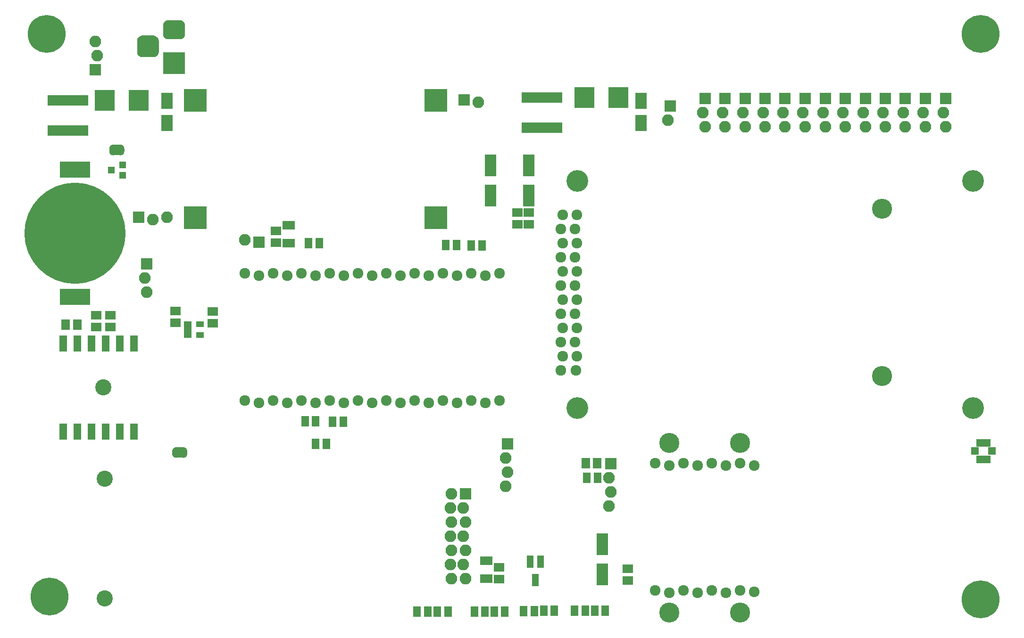
<source format=gts>
G04 #@! TF.GenerationSoftware,KiCad,Pcbnew,5.0.0-rc2-dev-unknown-e0e0687~62~ubuntu16.04.1*
G04 #@! TF.CreationDate,2018-05-04T13:50:56+03:00*
G04 #@! TF.ProjectId,prototype,70726F746F747970652E6B696361645F,1*
G04 #@! TF.SameCoordinates,Original*
G04 #@! TF.FileFunction,Soldermask,Top*
G04 #@! TF.FilePolarity,Negative*
%FSLAX46Y46*%
G04 Gerber Fmt 4.6, Leading zero omitted, Abs format (unit mm)*
G04 Created by KiCad (PCBNEW 5.0.0-rc2-dev-unknown-e0e0687~62~ubuntu16.04.1) date Fri May  4 13:50:56 2018*
%MOMM*%
%LPD*%
G01*
G04 APERTURE LIST*
%ADD10C,1.924000*%
%ADD11R,2.000000X3.900000*%
%ADD12R,1.900000X1.545000*%
%ADD13R,3.900000X3.900000*%
%ADD14C,0.100000*%
%ADD15C,3.400000*%
%ADD16C,3.900000*%
%ADD17C,1.400000*%
%ADD18R,0.900000X1.900000*%
%ADD19R,1.370000X1.900000*%
%ADD20R,1.200000X2.200000*%
%ADD21R,1.300000X1.200000*%
%ADD22R,2.100000X2.900000*%
%ADD23R,1.400000X1.400000*%
%ADD24R,2.600000X1.400000*%
%ADD25R,2.100000X2.100000*%
%ADD26O,2.100000X2.100000*%
%ADD27C,3.600000*%
%ADD28C,2.900000*%
%ADD29C,6.800000*%
%ADD30C,1.200000*%
%ADD31R,1.545000X1.900000*%
%ADD32R,2.200000X1.645000*%
%ADD33R,1.460000X1.050000*%
%ADD34R,3.650000X3.830000*%
%ADD35C,18.180000*%
%ADD36R,5.480000X2.940000*%
%ADD37R,4.083000X4.083000*%
%ADD38R,1.400000X2.900000*%
%ADD39R,7.400000X1.900000*%
G04 APERTURE END LIST*
D10*
X116840000Y-98856800D03*
X119380000Y-99263200D03*
X121920000Y-98856800D03*
X124460000Y-99263200D03*
X127000000Y-98856800D03*
X129540000Y-99263200D03*
X132080000Y-98856800D03*
X134620000Y-99263200D03*
X137160000Y-98856800D03*
X139700000Y-99263200D03*
X142240000Y-98856800D03*
X144780000Y-99263200D03*
X147320000Y-98856800D03*
X149860000Y-99263200D03*
X152400000Y-98856800D03*
X154940000Y-99263200D03*
X157480000Y-98856800D03*
X160020000Y-99263200D03*
X162560000Y-98856800D03*
X162560000Y-75996800D03*
X160020000Y-76403200D03*
X157480000Y-75996800D03*
X154940000Y-76403200D03*
X152400000Y-75996800D03*
X149860000Y-76403200D03*
X147320000Y-75996800D03*
X144780000Y-76403200D03*
X142240000Y-75996800D03*
X139700000Y-76403200D03*
X137160000Y-75996800D03*
X134620000Y-76403200D03*
X132080000Y-75996800D03*
X129540000Y-76403200D03*
X127000000Y-75996800D03*
X124460000Y-76403200D03*
X121920000Y-75996800D03*
X119380000Y-76403200D03*
X116840000Y-75996800D03*
D11*
X180975000Y-124681000D03*
X180975000Y-130081000D03*
X160909000Y-62009000D03*
X160909000Y-56609000D03*
D12*
X167767000Y-67209500D03*
X167767000Y-65124500D03*
X185547000Y-131217500D03*
X185547000Y-129132500D03*
D13*
X104140000Y-38227000D03*
D14*
G36*
X105323315Y-30531093D02*
X105405827Y-30543333D01*
X105486742Y-30563601D01*
X105565281Y-30591702D01*
X105640687Y-30627367D01*
X105712235Y-30670251D01*
X105779234Y-30719941D01*
X105841041Y-30775959D01*
X105897059Y-30837766D01*
X105946749Y-30904765D01*
X105989633Y-30976313D01*
X106025298Y-31051719D01*
X106053399Y-31130258D01*
X106073667Y-31211173D01*
X106085907Y-31293685D01*
X106090000Y-31377000D01*
X106090000Y-33077000D01*
X106085907Y-33160315D01*
X106073667Y-33242827D01*
X106053399Y-33323742D01*
X106025298Y-33402281D01*
X105989633Y-33477687D01*
X105946749Y-33549235D01*
X105897059Y-33616234D01*
X105841041Y-33678041D01*
X105779234Y-33734059D01*
X105712235Y-33783749D01*
X105640687Y-33826633D01*
X105565281Y-33862298D01*
X105486742Y-33890399D01*
X105405827Y-33910667D01*
X105323315Y-33922907D01*
X105240000Y-33927000D01*
X103040000Y-33927000D01*
X102956685Y-33922907D01*
X102874173Y-33910667D01*
X102793258Y-33890399D01*
X102714719Y-33862298D01*
X102639313Y-33826633D01*
X102567765Y-33783749D01*
X102500766Y-33734059D01*
X102438959Y-33678041D01*
X102382941Y-33616234D01*
X102333251Y-33549235D01*
X102290367Y-33477687D01*
X102254702Y-33402281D01*
X102226601Y-33323742D01*
X102206333Y-33242827D01*
X102194093Y-33160315D01*
X102190000Y-33077000D01*
X102190000Y-31377000D01*
X102194093Y-31293685D01*
X102206333Y-31211173D01*
X102226601Y-31130258D01*
X102254702Y-31051719D01*
X102290367Y-30976313D01*
X102333251Y-30904765D01*
X102382941Y-30837766D01*
X102438959Y-30775959D01*
X102500766Y-30719941D01*
X102567765Y-30670251D01*
X102639313Y-30627367D01*
X102714719Y-30591702D01*
X102793258Y-30563601D01*
X102874173Y-30543333D01*
X102956685Y-30531093D01*
X103040000Y-30527000D01*
X105240000Y-30527000D01*
X105323315Y-30531093D01*
X105323315Y-30531093D01*
G37*
D15*
X104140000Y-32227000D03*
D14*
G36*
X100510567Y-33281695D02*
X100605213Y-33295734D01*
X100698028Y-33318983D01*
X100788116Y-33351217D01*
X100874612Y-33392127D01*
X100956681Y-33441317D01*
X101033533Y-33498315D01*
X101104429Y-33562571D01*
X101168685Y-33633467D01*
X101225683Y-33710319D01*
X101274873Y-33792388D01*
X101315783Y-33878884D01*
X101348017Y-33968972D01*
X101371266Y-34061787D01*
X101385305Y-34156433D01*
X101390000Y-34252000D01*
X101390000Y-36202000D01*
X101385305Y-36297567D01*
X101371266Y-36392213D01*
X101348017Y-36485028D01*
X101315783Y-36575116D01*
X101274873Y-36661612D01*
X101225683Y-36743681D01*
X101168685Y-36820533D01*
X101104429Y-36891429D01*
X101033533Y-36955685D01*
X100956681Y-37012683D01*
X100874612Y-37061873D01*
X100788116Y-37102783D01*
X100698028Y-37135017D01*
X100605213Y-37158266D01*
X100510567Y-37172305D01*
X100415000Y-37177000D01*
X98465000Y-37177000D01*
X98369433Y-37172305D01*
X98274787Y-37158266D01*
X98181972Y-37135017D01*
X98091884Y-37102783D01*
X98005388Y-37061873D01*
X97923319Y-37012683D01*
X97846467Y-36955685D01*
X97775571Y-36891429D01*
X97711315Y-36820533D01*
X97654317Y-36743681D01*
X97605127Y-36661612D01*
X97564217Y-36575116D01*
X97531983Y-36485028D01*
X97508734Y-36392213D01*
X97494695Y-36297567D01*
X97490000Y-36202000D01*
X97490000Y-34252000D01*
X97494695Y-34156433D01*
X97508734Y-34061787D01*
X97531983Y-33968972D01*
X97564217Y-33878884D01*
X97605127Y-33792388D01*
X97654317Y-33710319D01*
X97711315Y-33633467D01*
X97775571Y-33562571D01*
X97846467Y-33498315D01*
X97923319Y-33441317D01*
X98005388Y-33392127D01*
X98091884Y-33351217D01*
X98181972Y-33318983D01*
X98274787Y-33295734D01*
X98369433Y-33281695D01*
X98465000Y-33277000D01*
X100415000Y-33277000D01*
X100510567Y-33281695D01*
X100510567Y-33281695D01*
G37*
D16*
X99440000Y-35227000D03*
D14*
G36*
X94571613Y-52901371D02*
X94639564Y-52911450D01*
X94706200Y-52928142D01*
X94770879Y-52951284D01*
X94832979Y-52980655D01*
X94891900Y-53015971D01*
X94947076Y-53056893D01*
X94997976Y-53103025D01*
X95044108Y-53153925D01*
X95085030Y-53209101D01*
X95120346Y-53268022D01*
X95149717Y-53330122D01*
X95172859Y-53394801D01*
X95189551Y-53461437D01*
X95199630Y-53529388D01*
X95203001Y-53598000D01*
X95203001Y-54098000D01*
X95199630Y-54166612D01*
X95189551Y-54234563D01*
X95172859Y-54301199D01*
X95149717Y-54365878D01*
X95120346Y-54427978D01*
X95085030Y-54486899D01*
X95044108Y-54542075D01*
X94997976Y-54592975D01*
X94947076Y-54639107D01*
X94891900Y-54680029D01*
X94832979Y-54715345D01*
X94770879Y-54744716D01*
X94706200Y-54767858D01*
X94639564Y-54784550D01*
X94571613Y-54794629D01*
X94503001Y-54798000D01*
X94502999Y-54798000D01*
X94434387Y-54794629D01*
X94366436Y-54784550D01*
X94299800Y-54767858D01*
X94235121Y-54744716D01*
X94173021Y-54715345D01*
X94114100Y-54680029D01*
X94058924Y-54639107D01*
X94008024Y-54592975D01*
X93961892Y-54542075D01*
X93920970Y-54486899D01*
X93885654Y-54427978D01*
X93856283Y-54365878D01*
X93833141Y-54301199D01*
X93816449Y-54234563D01*
X93806370Y-54166612D01*
X93802999Y-54098000D01*
X93802999Y-53598000D01*
X93806370Y-53529388D01*
X93816449Y-53461437D01*
X93833141Y-53394801D01*
X93856283Y-53330122D01*
X93885654Y-53268022D01*
X93920970Y-53209101D01*
X93961892Y-53153925D01*
X94008024Y-53103025D01*
X94058924Y-53056893D01*
X94114100Y-53015971D01*
X94173021Y-52980655D01*
X94235121Y-52951284D01*
X94299800Y-52928142D01*
X94366436Y-52911450D01*
X94434387Y-52901371D01*
X94502999Y-52898000D01*
X94503001Y-52898000D01*
X94571613Y-52901371D01*
X94571613Y-52901371D01*
G37*
D17*
X94503000Y-53848000D03*
D14*
G36*
X93271613Y-52901371D02*
X93339564Y-52911450D01*
X93406200Y-52928142D01*
X93470879Y-52951284D01*
X93532979Y-52980655D01*
X93591900Y-53015971D01*
X93647076Y-53056893D01*
X93697976Y-53103025D01*
X93744108Y-53153925D01*
X93785030Y-53209101D01*
X93820346Y-53268022D01*
X93849717Y-53330122D01*
X93872859Y-53394801D01*
X93889551Y-53461437D01*
X93899630Y-53529388D01*
X93903001Y-53598000D01*
X93903001Y-54098000D01*
X93899630Y-54166612D01*
X93889551Y-54234563D01*
X93872859Y-54301199D01*
X93849717Y-54365878D01*
X93820346Y-54427978D01*
X93785030Y-54486899D01*
X93744108Y-54542075D01*
X93697976Y-54592975D01*
X93647076Y-54639107D01*
X93591900Y-54680029D01*
X93532979Y-54715345D01*
X93470879Y-54744716D01*
X93406200Y-54767858D01*
X93339564Y-54784550D01*
X93271613Y-54794629D01*
X93203001Y-54798000D01*
X93202999Y-54798000D01*
X93134387Y-54794629D01*
X93066436Y-54784550D01*
X92999800Y-54767858D01*
X92935121Y-54744716D01*
X92873021Y-54715345D01*
X92814100Y-54680029D01*
X92758924Y-54639107D01*
X92708024Y-54592975D01*
X92661892Y-54542075D01*
X92620970Y-54486899D01*
X92585654Y-54427978D01*
X92556283Y-54365878D01*
X92533141Y-54301199D01*
X92516449Y-54234563D01*
X92506370Y-54166612D01*
X92502999Y-54098000D01*
X92502999Y-53598000D01*
X92506370Y-53529388D01*
X92516449Y-53461437D01*
X92533141Y-53394801D01*
X92556283Y-53330122D01*
X92585654Y-53268022D01*
X92620970Y-53209101D01*
X92661892Y-53153925D01*
X92708024Y-53103025D01*
X92758924Y-53056893D01*
X92814100Y-53015971D01*
X92873021Y-52980655D01*
X92935121Y-52951284D01*
X92999800Y-52928142D01*
X93066436Y-52911450D01*
X93134387Y-52901371D01*
X93202999Y-52898000D01*
X93203001Y-52898000D01*
X93271613Y-52901371D01*
X93271613Y-52901371D01*
G37*
D17*
X93203000Y-53848000D03*
D18*
X93453000Y-53848000D03*
X94253000Y-53848000D03*
D19*
X172405000Y-136665500D03*
X170495000Y-136665500D03*
X179639000Y-136665500D03*
X181549000Y-136665500D03*
X163515000Y-136792500D03*
X161605000Y-136792500D03*
X151418001Y-136792500D03*
X153328001Y-136792500D03*
D20*
X169923500Y-127826500D03*
X168023500Y-127826500D03*
X168973500Y-131126500D03*
D21*
X94916500Y-58417500D03*
X94916500Y-56517500D03*
X92916500Y-57467500D03*
D22*
X187960000Y-44990000D03*
X187960000Y-48990000D03*
X102870000Y-48990000D03*
X102870000Y-44990000D03*
D23*
X250928000Y-107950000D03*
X247928000Y-107950000D03*
D24*
X249428000Y-109450000D03*
X249428000Y-106450000D03*
D25*
X193179700Y-45910500D03*
D26*
X192773300Y-48450500D03*
X158750000Y-45237400D03*
D25*
X156210000Y-44831000D03*
D26*
X242646200Y-49657000D03*
X242239800Y-47117000D03*
D25*
X242646200Y-44577000D03*
D26*
X182168800Y-117856000D03*
X182575200Y-115316000D03*
X182168800Y-112776000D03*
D25*
X182575200Y-110236000D03*
D10*
X173939200Y-65466000D03*
X176479200Y-65466000D03*
X173532800Y-68006000D03*
X176072800Y-68006000D03*
X173939200Y-70546000D03*
X176479200Y-70546000D03*
X173532800Y-73086000D03*
X176072800Y-73086000D03*
X173939200Y-75626000D03*
X176479200Y-75626000D03*
X173532800Y-78166000D03*
X176072800Y-78166000D03*
X173939200Y-80706000D03*
X176479200Y-80706000D03*
X173532800Y-83246000D03*
X176072800Y-83246000D03*
X173939200Y-85786000D03*
X176479200Y-85786000D03*
X173532800Y-88326000D03*
X176072800Y-88326000D03*
X173939200Y-90866000D03*
X176479200Y-90866000D03*
X173532800Y-93406000D03*
X176276000Y-93406000D03*
D27*
X231196000Y-64436000D03*
X231196000Y-94436000D03*
D16*
X176526000Y-100241000D03*
X176526000Y-59441000D03*
X247526000Y-59441000D03*
X247526000Y-100241000D03*
D25*
X156477200Y-115646000D03*
D26*
X153937200Y-115646000D03*
X156070800Y-118186000D03*
X153713680Y-118186000D03*
X156477200Y-120726000D03*
X153937200Y-120726000D03*
X156070800Y-123266000D03*
X153713680Y-123266000D03*
X156477200Y-125806000D03*
X153937200Y-125806000D03*
X156070800Y-128346000D03*
X153713680Y-128346000D03*
X156477200Y-130886000D03*
X153937200Y-130886000D03*
D28*
X91694000Y-134416000D03*
X91694000Y-112906000D03*
D29*
X81788000Y-134112000D03*
D30*
X84188000Y-134112000D03*
X83485056Y-135809056D03*
X81788000Y-136512000D03*
X80090944Y-135809056D03*
X79388000Y-134112000D03*
X80090944Y-132414944D03*
X81788000Y-131712000D03*
X83485056Y-132414944D03*
D11*
X167767000Y-56609000D03*
X167767000Y-62009000D03*
D31*
X84682500Y-85217000D03*
X86767500Y-85217000D03*
D12*
X104394000Y-82777500D03*
X104394000Y-84862500D03*
D31*
X180112500Y-110109000D03*
X178027500Y-110109000D03*
D12*
X111061500Y-82904500D03*
X111061500Y-84989500D03*
X122428000Y-70511500D03*
X122428000Y-68426500D03*
X165735000Y-67209500D03*
X165735000Y-65124500D03*
X162433000Y-128878500D03*
X162433000Y-130963500D03*
X90170000Y-83539500D03*
X90170000Y-85624500D03*
X92710000Y-85624500D03*
X92710000Y-83539500D03*
D32*
X160147000Y-127693500D03*
X160147000Y-130878500D03*
X124714000Y-70553500D03*
X124714000Y-67368500D03*
D18*
X104756000Y-108204000D03*
X105556000Y-108204000D03*
D14*
G36*
X105874613Y-107257371D02*
X105942564Y-107267450D01*
X106009200Y-107284142D01*
X106073879Y-107307284D01*
X106135979Y-107336655D01*
X106194900Y-107371971D01*
X106250076Y-107412893D01*
X106300976Y-107459025D01*
X106347108Y-107509925D01*
X106388030Y-107565101D01*
X106423346Y-107624022D01*
X106452717Y-107686122D01*
X106475859Y-107750801D01*
X106492551Y-107817437D01*
X106502630Y-107885388D01*
X106506001Y-107954000D01*
X106506001Y-108454000D01*
X106502630Y-108522612D01*
X106492551Y-108590563D01*
X106475859Y-108657199D01*
X106452717Y-108721878D01*
X106423346Y-108783978D01*
X106388030Y-108842899D01*
X106347108Y-108898075D01*
X106300976Y-108948975D01*
X106250076Y-108995107D01*
X106194900Y-109036029D01*
X106135979Y-109071345D01*
X106073879Y-109100716D01*
X106009200Y-109123858D01*
X105942564Y-109140550D01*
X105874613Y-109150629D01*
X105806001Y-109154000D01*
X105805999Y-109154000D01*
X105737387Y-109150629D01*
X105669436Y-109140550D01*
X105602800Y-109123858D01*
X105538121Y-109100716D01*
X105476021Y-109071345D01*
X105417100Y-109036029D01*
X105361924Y-108995107D01*
X105311024Y-108948975D01*
X105264892Y-108898075D01*
X105223970Y-108842899D01*
X105188654Y-108783978D01*
X105159283Y-108721878D01*
X105136141Y-108657199D01*
X105119449Y-108590563D01*
X105109370Y-108522612D01*
X105105999Y-108454000D01*
X105105999Y-107954000D01*
X105109370Y-107885388D01*
X105119449Y-107817437D01*
X105136141Y-107750801D01*
X105159283Y-107686122D01*
X105188654Y-107624022D01*
X105223970Y-107565101D01*
X105264892Y-107509925D01*
X105311024Y-107459025D01*
X105361924Y-107412893D01*
X105417100Y-107371971D01*
X105476021Y-107336655D01*
X105538121Y-107307284D01*
X105602800Y-107284142D01*
X105669436Y-107267450D01*
X105737387Y-107257371D01*
X105805999Y-107254000D01*
X105806001Y-107254000D01*
X105874613Y-107257371D01*
X105874613Y-107257371D01*
G37*
D17*
X105806000Y-108204000D03*
D14*
G36*
X104574613Y-107257371D02*
X104642564Y-107267450D01*
X104709200Y-107284142D01*
X104773879Y-107307284D01*
X104835979Y-107336655D01*
X104894900Y-107371971D01*
X104950076Y-107412893D01*
X105000976Y-107459025D01*
X105047108Y-107509925D01*
X105088030Y-107565101D01*
X105123346Y-107624022D01*
X105152717Y-107686122D01*
X105175859Y-107750801D01*
X105192551Y-107817437D01*
X105202630Y-107885388D01*
X105206001Y-107954000D01*
X105206001Y-108454000D01*
X105202630Y-108522612D01*
X105192551Y-108590563D01*
X105175859Y-108657199D01*
X105152717Y-108721878D01*
X105123346Y-108783978D01*
X105088030Y-108842899D01*
X105047108Y-108898075D01*
X105000976Y-108948975D01*
X104950076Y-108995107D01*
X104894900Y-109036029D01*
X104835979Y-109071345D01*
X104773879Y-109100716D01*
X104709200Y-109123858D01*
X104642564Y-109140550D01*
X104574613Y-109150629D01*
X104506001Y-109154000D01*
X104505999Y-109154000D01*
X104437387Y-109150629D01*
X104369436Y-109140550D01*
X104302800Y-109123858D01*
X104238121Y-109100716D01*
X104176021Y-109071345D01*
X104117100Y-109036029D01*
X104061924Y-108995107D01*
X104011024Y-108948975D01*
X103964892Y-108898075D01*
X103923970Y-108842899D01*
X103888654Y-108783978D01*
X103859283Y-108721878D01*
X103836141Y-108657199D01*
X103819449Y-108590563D01*
X103809370Y-108522612D01*
X103805999Y-108454000D01*
X103805999Y-107954000D01*
X103809370Y-107885388D01*
X103819449Y-107817437D01*
X103836141Y-107750801D01*
X103859283Y-107686122D01*
X103888654Y-107624022D01*
X103923970Y-107565101D01*
X103964892Y-107509925D01*
X104011024Y-107459025D01*
X104061924Y-107412893D01*
X104117100Y-107371971D01*
X104176021Y-107336655D01*
X104238121Y-107307284D01*
X104302800Y-107284142D01*
X104369436Y-107267450D01*
X104437387Y-107257371D01*
X104505999Y-107254000D01*
X104506001Y-107254000D01*
X104574613Y-107257371D01*
X104574613Y-107257371D01*
G37*
D17*
X104506000Y-108204000D03*
D30*
X250617056Y-31322944D03*
X248920000Y-30620000D03*
X247222944Y-31322944D03*
X246520000Y-33020000D03*
X247222944Y-34717056D03*
X248920000Y-35420000D03*
X250617056Y-34717056D03*
X251320000Y-33020000D03*
D29*
X248920000Y-33020000D03*
X81280000Y-33020000D03*
D30*
X83680000Y-33020000D03*
X82977056Y-34717056D03*
X81280000Y-35420000D03*
X79582944Y-34717056D03*
X78880000Y-33020000D03*
X79582944Y-31322944D03*
X81280000Y-30620000D03*
X82977056Y-31322944D03*
X250617056Y-132922944D03*
X248920000Y-132220000D03*
X247222944Y-132922944D03*
X246520000Y-134620000D03*
X247222944Y-136317056D03*
X248920000Y-137020000D03*
X250617056Y-136317056D03*
X251320000Y-134620000D03*
D29*
X248920000Y-134620000D03*
D33*
X106596000Y-85156000D03*
X106596000Y-86106000D03*
X106596000Y-87056000D03*
X108796000Y-87056000D03*
X108796000Y-85156000D03*
D19*
X158049000Y-136779000D03*
X159959000Y-136779000D03*
X149672000Y-136779000D03*
X147762000Y-136779000D03*
X176017000Y-136652000D03*
X177927000Y-136652000D03*
X131447500Y-106616500D03*
X129537500Y-106616500D03*
X132585500Y-102679500D03*
X134495500Y-102679500D03*
X168785500Y-136715500D03*
X166875500Y-136715500D03*
X178242000Y-112776000D03*
X180152000Y-112776000D03*
X152905500Y-70929500D03*
X154815500Y-70929500D03*
X159387500Y-70993000D03*
X157477500Y-70993000D03*
X130177500Y-70548500D03*
X128267500Y-70548500D03*
X127632500Y-102616000D03*
X129542500Y-102616000D03*
D34*
X183900000Y-44450000D03*
X177800000Y-44450000D03*
X91694000Y-44958000D03*
X97794000Y-44958000D03*
D35*
X86360000Y-68834000D03*
D36*
X86360000Y-57404000D03*
X86360000Y-80264000D03*
D37*
X107950000Y-66040000D03*
X107950000Y-44958000D03*
X151130000Y-44958000D03*
X151130000Y-66040000D03*
D10*
X208280000Y-110540800D03*
X205740000Y-110134400D03*
X203200000Y-110540800D03*
X200660000Y-110134400D03*
X198120000Y-110540800D03*
X195580000Y-110134400D03*
X193040000Y-110540800D03*
X190500000Y-110134400D03*
X208280000Y-133217920D03*
X205740000Y-132994400D03*
X203200000Y-133400800D03*
X200660000Y-132994400D03*
X198120000Y-133400800D03*
X195580000Y-132994400D03*
X193040000Y-133400800D03*
X190500000Y-132994400D03*
D27*
X205740000Y-106527600D03*
X205740000Y-137007600D03*
X193040000Y-137007600D03*
X193040000Y-106527600D03*
D25*
X119380000Y-70434200D03*
D26*
X116840000Y-70027800D03*
X206641700Y-49657000D03*
X206235300Y-47117000D03*
D25*
X206641700Y-44577000D03*
X235394500Y-44577000D03*
D26*
X234988100Y-47117000D03*
X235394500Y-49657000D03*
X199428100Y-49657000D03*
X199021700Y-47117000D03*
D25*
X199428100Y-44577000D03*
X203034900Y-44577000D03*
D26*
X202628500Y-47117000D03*
X203034900Y-49657000D03*
X221018100Y-49657000D03*
X220611700Y-47117000D03*
D25*
X221018100Y-44577000D03*
X231787700Y-44577000D03*
D26*
X231381300Y-47117000D03*
X231787700Y-49657000D03*
X99263200Y-79375000D03*
X98856800Y-76835000D03*
D25*
X99263200Y-74295000D03*
X210248500Y-44577000D03*
D26*
X209842100Y-47117000D03*
X210248500Y-49657000D03*
X224624900Y-49657000D03*
X224218500Y-47117000D03*
D25*
X224624900Y-44577000D03*
X89966800Y-39433500D03*
D26*
X90373200Y-36893500D03*
X89966800Y-34353500D03*
X213804500Y-49657000D03*
X213398100Y-47117000D03*
D25*
X213804500Y-44577000D03*
X217411300Y-44577000D03*
D26*
X217004900Y-47117000D03*
X217411300Y-49657000D03*
X239001300Y-49657000D03*
X238594900Y-47117000D03*
D25*
X239001300Y-44577000D03*
X228231700Y-44577000D03*
D26*
X227825300Y-47117000D03*
X228231700Y-49657000D03*
X102870000Y-65963800D03*
X100330000Y-66370200D03*
D25*
X97790000Y-65963800D03*
X164033200Y-106680000D03*
D26*
X163626800Y-109220000D03*
X164033200Y-111760000D03*
X163626800Y-114300000D03*
D28*
X91440000Y-96520000D03*
D38*
X96940000Y-104420000D03*
X94400000Y-104420000D03*
X91860000Y-104420000D03*
X89320000Y-104420000D03*
X86780000Y-104420000D03*
X84240000Y-104420000D03*
X84240000Y-88620000D03*
X86780000Y-88620000D03*
X89320000Y-88620000D03*
X91860000Y-88620000D03*
X94400000Y-88620000D03*
X96940000Y-88620000D03*
D39*
X170180000Y-49850000D03*
X170180000Y-44450000D03*
X85090000Y-44958000D03*
X85090000Y-50358000D03*
M02*

</source>
